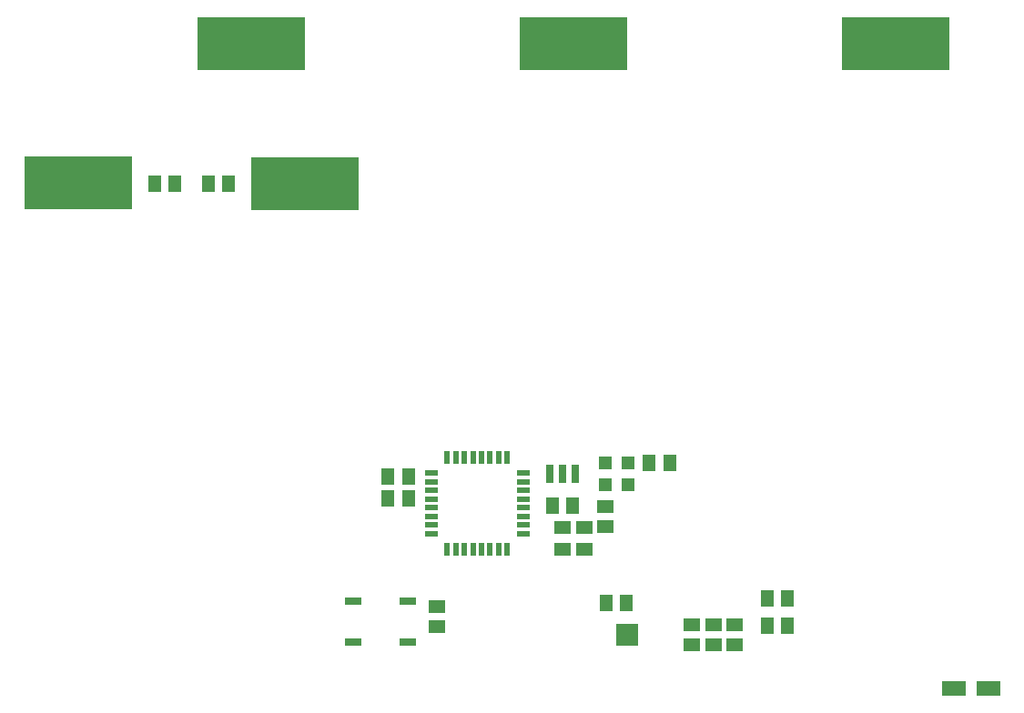
<source format=gbr>
G04 EAGLE Gerber X2 export*
%TF.Part,Single*%
%TF.FileFunction,Paste,Top*%
%TF.FilePolarity,Positive*%
%TF.GenerationSoftware,Autodesk,EAGLE,9.0.1*%
%TF.CreationDate,2018-07-03T17:36:12Z*%
G75*
%MOMM*%
%FSLAX34Y34*%
%LPD*%
%AMOC8*
5,1,8,0,0,1.08239X$1,22.5*%
G01*
%ADD10R,1.600000X1.300000*%
%ADD11R,10.000000X5.000000*%
%ADD12R,1.200000X1.200000*%
%ADD13R,1.500000X1.300000*%
%ADD14R,1.300000X1.600000*%
%ADD15R,1.300000X1.500000*%
%ADD16R,2.200000X1.400000*%
%ADD17R,1.524000X0.762000*%
%ADD18R,0.700000X1.700000*%
%ADD19R,2.032000X2.032000*%
%ADD20R,1.270000X0.558800*%
%ADD21R,0.558800X1.270000*%


D10*
X590340Y319670D03*
X590340Y299670D03*
X570340Y319670D03*
X570340Y299670D03*
D11*
X280340Y769670D03*
X880340Y769670D03*
X580340Y769670D03*
D12*
X630840Y359670D03*
X609840Y359670D03*
D13*
X610340Y339170D03*
X610340Y320170D03*
X690340Y210170D03*
X690340Y229170D03*
X710340Y210170D03*
X710340Y229170D03*
D11*
X330340Y639670D03*
X119660Y640330D03*
D14*
X190840Y639670D03*
X209840Y639670D03*
X259840Y639670D03*
X240840Y639670D03*
D15*
X560840Y339670D03*
X579840Y339670D03*
D16*
X966340Y169670D03*
X934340Y169670D03*
D13*
X453340Y227070D03*
X453340Y246070D03*
D17*
X375240Y251220D03*
X426040Y251220D03*
X375240Y213120D03*
X426040Y213120D03*
D15*
X407740Y366670D03*
X426740Y366670D03*
X407740Y346670D03*
X426740Y346670D03*
X669840Y379670D03*
X650840Y379670D03*
D12*
X609840Y379670D03*
X630840Y379670D03*
D15*
X779740Y253170D03*
X760740Y253170D03*
X779740Y227770D03*
X760740Y227770D03*
D18*
X558340Y369670D03*
X570340Y369670D03*
X582340Y369670D03*
D15*
X629840Y249670D03*
X610840Y249670D03*
D19*
X630340Y219670D03*
D20*
X533766Y314070D03*
X533766Y322070D03*
X533766Y330070D03*
X533766Y338070D03*
X533766Y346070D03*
X533766Y354070D03*
X533766Y362070D03*
X533766Y370070D03*
D21*
X518840Y384996D03*
X510840Y384996D03*
X502840Y384996D03*
X494840Y384996D03*
X486840Y384996D03*
X478840Y384996D03*
X470840Y384996D03*
X462840Y384996D03*
D20*
X447914Y370070D03*
X447914Y362070D03*
X447914Y354070D03*
X447914Y346070D03*
X447914Y338070D03*
X447914Y330070D03*
X447914Y322070D03*
X447914Y314070D03*
D21*
X462840Y299144D03*
X470840Y299144D03*
X478840Y299144D03*
X486840Y299144D03*
X494840Y299144D03*
X502840Y299144D03*
X510840Y299144D03*
X518840Y299144D03*
D13*
X730340Y210170D03*
X730340Y229170D03*
M02*

</source>
